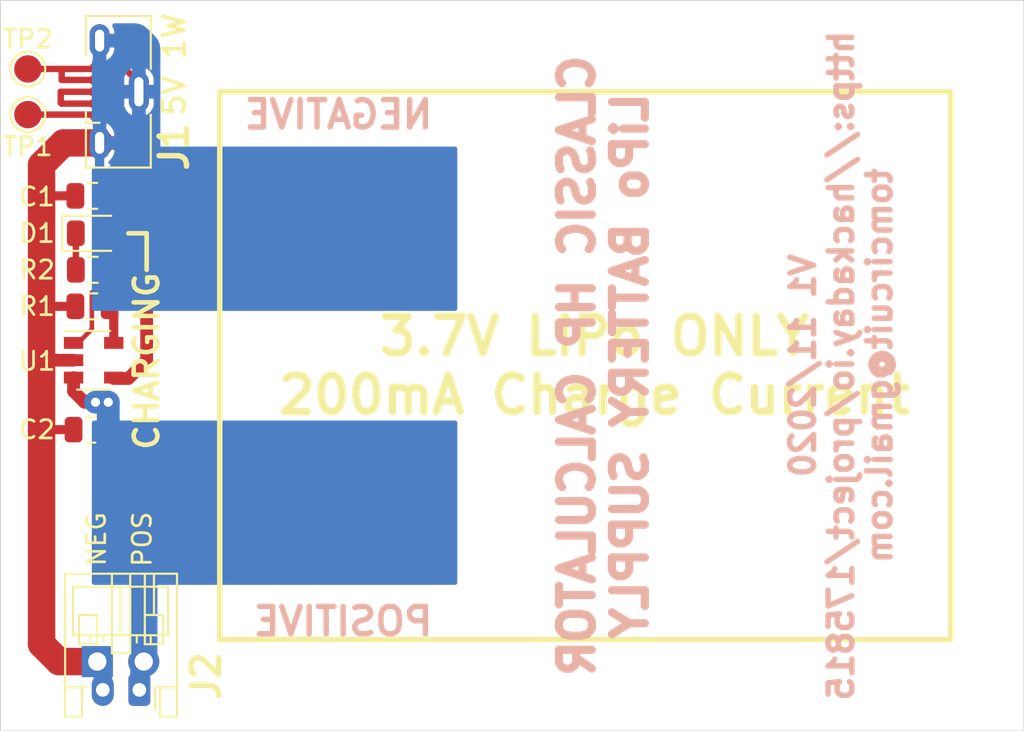
<source format=kicad_pcb>
(kicad_pcb (version 20171130) (host pcbnew "(5.1.6)-1")

  (general
    (thickness 1.6)
    (drawings 41)
    (tracks 68)
    (zones 0)
    (modules 15)
    (nets 8)
  )

  (page A4)
  (layers
    (0 F.Cu signal)
    (31 B.Cu signal)
    (32 B.Adhes user hide)
    (33 F.Adhes user hide)
    (34 B.Paste user)
    (35 F.Paste user hide)
    (36 B.SilkS user)
    (37 F.SilkS user)
    (38 B.Mask user)
    (39 F.Mask user hide)
    (40 Dwgs.User user hide)
    (41 Cmts.User user hide)
    (42 Eco1.User user hide)
    (43 Eco2.User user hide)
    (44 Edge.Cuts user)
    (45 Margin user hide)
    (46 B.CrtYd user hide)
    (47 F.CrtYd user hide)
    (48 B.Fab user hide)
    (49 F.Fab user hide)
  )

  (setup
    (last_trace_width 0.35)
    (user_trace_width 0.35)
    (user_trace_width 0.5)
    (user_trace_width 0.7)
    (user_trace_width 1)
    (user_trace_width 1.25)
    (user_trace_width 1.5)
    (user_trace_width 2)
    (trace_clearance 0.2)
    (zone_clearance 0.508)
    (zone_45_only no)
    (trace_min 0.2)
    (via_size 0.8)
    (via_drill 0.4)
    (via_min_size 0.4)
    (via_min_drill 0.3)
    (user_via 1 0.5)
    (user_via 1.4 0.7)
    (uvia_size 0.3)
    (uvia_drill 0.1)
    (uvias_allowed no)
    (uvia_min_size 0.2)
    (uvia_min_drill 0.1)
    (edge_width 0.05)
    (segment_width 0.2)
    (pcb_text_width 0.3)
    (pcb_text_size 1.5 1.5)
    (mod_edge_width 0.12)
    (mod_text_size 1 1)
    (mod_text_width 0.15)
    (pad_size 2.1 2.1)
    (pad_drill 1.1)
    (pad_to_mask_clearance 0.05)
    (aux_axis_origin 0 0)
    (visible_elements 7FFFFFFF)
    (pcbplotparams
      (layerselection 0x010fc_ffffffff)
      (usegerberextensions false)
      (usegerberattributes true)
      (usegerberadvancedattributes true)
      (creategerberjobfile true)
      (excludeedgelayer true)
      (linewidth 0.100000)
      (plotframeref false)
      (viasonmask false)
      (mode 1)
      (useauxorigin false)
      (hpglpennumber 1)
      (hpglpenspeed 20)
      (hpglpendiameter 15.000000)
      (psnegative false)
      (psa4output false)
      (plotreference true)
      (plotvalue true)
      (plotinvisibletext false)
      (padsonsilk false)
      (subtractmaskfromsilk false)
      (outputformat 1)
      (mirror false)
      (drillshape 1)
      (scaleselection 1)
      (outputdirectory ""))
  )

  (net 0 "")
  (net 1 GND)
  (net 2 "Net-(D1-Pad1)")
  (net 3 "Net-(J1-Pad2)")
  (net 4 "Net-(R1-Pad1)")
  (net 5 "Net-(R2-Pad1)")
  (net 6 /VUSB)
  (net 7 /VBAT)

  (net_class Default "This is the default net class."
    (clearance 0.2)
    (trace_width 0.25)
    (via_dia 0.8)
    (via_drill 0.4)
    (uvia_dia 0.3)
    (uvia_drill 0.1)
    (add_net /VBAT)
    (add_net /VUSB)
    (add_net GND)
    (add_net "Net-(D1-Pad1)")
    (add_net "Net-(J1-Pad2)")
    (add_net "Net-(R1-Pad1)")
    (add_net "Net-(R2-Pad1)")
  )

  (module Connector_PinHeader_2.54mm:PinHeader_1x02_P2.54mm_Horizontal (layer F.Cu) (tedit 5FA5CEED) (tstamp 5FA5EC8D)
    (at 152.3 141.2 90)
    (descr "Through hole angled pin header, 1x02, 2.54mm pitch, 6mm pin length, single row")
    (tags "Through hole angled pin header THT 1x02 2.54mm single row")
    (path /5FA5D61E)
    (fp_text reference J3 (at -0.05 -2.8 90) (layer F.SilkS) hide
      (effects (font (size 1 1) (thickness 0.15)))
    )
    (fp_text value "2.54mm R/A" (at 4.385 4.81 90) (layer F.Fab)
      (effects (font (size 1 1) (thickness 0.15)))
    )
    (fp_line (start 2.135 -1.27) (end 4.04 -1.27) (layer F.Fab) (width 0.1))
    (fp_line (start 4.04 -1.27) (end 4.04 3.81) (layer F.Fab) (width 0.1))
    (fp_line (start 4.04 3.81) (end 1.5 3.81) (layer F.Fab) (width 0.1))
    (fp_line (start 1.5 3.81) (end 1.5 -0.635) (layer F.Fab) (width 0.1))
    (fp_line (start 1.5 -0.635) (end 2.135 -1.27) (layer F.Fab) (width 0.1))
    (fp_line (start -0.32 -0.32) (end 1.5 -0.32) (layer F.Fab) (width 0.1))
    (fp_line (start -0.32 -0.32) (end -0.32 0.32) (layer F.Fab) (width 0.1))
    (fp_line (start -0.32 0.32) (end 1.5 0.32) (layer F.Fab) (width 0.1))
    (fp_line (start 4.04 -0.32) (end 10.04 -0.32) (layer F.Fab) (width 0.1))
    (fp_line (start 10.04 -0.32) (end 10.04 0.32) (layer F.Fab) (width 0.1))
    (fp_line (start 4.04 0.32) (end 10.04 0.32) (layer F.Fab) (width 0.1))
    (fp_line (start -0.32 2.22) (end 1.5 2.22) (layer F.Fab) (width 0.1))
    (fp_line (start -0.32 2.22) (end -0.32 2.86) (layer F.Fab) (width 0.1))
    (fp_line (start -0.32 2.86) (end 1.5 2.86) (layer F.Fab) (width 0.1))
    (fp_line (start 4.04 2.22) (end 10.04 2.22) (layer F.Fab) (width 0.1))
    (fp_line (start 10.04 2.22) (end 10.04 2.86) (layer F.Fab) (width 0.1))
    (fp_line (start 4.04 2.86) (end 10.04 2.86) (layer F.Fab) (width 0.1))
    (fp_line (start 1.44 -1.33) (end 1.44 3.87) (layer F.SilkS) (width 0.12))
    (fp_line (start 1.44 3.87) (end 4.1 3.87) (layer F.SilkS) (width 0.12))
    (fp_line (start 4.1 3.87) (end 4.1 -1.33) (layer F.SilkS) (width 0.12))
    (fp_line (start 4.1 -1.33) (end 1.44 -1.33) (layer F.SilkS) (width 0.12))
    (fp_line (start 1.11 -0.38) (end 1.44 -0.38) (layer F.SilkS) (width 0.12))
    (fp_line (start 1.11 0.38) (end 1.44 0.38) (layer F.SilkS) (width 0.12))
    (fp_line (start 1.44 1.27) (end 4.1 1.27) (layer F.SilkS) (width 0.12))
    (fp_line (start 1.042929 2.16) (end 1.44 2.16) (layer F.SilkS) (width 0.12))
    (fp_line (start 1.042929 2.92) (end 1.44 2.92) (layer F.SilkS) (width 0.12))
    (fp_line (start -1.8 -1.8) (end -1.8 4.35) (layer F.CrtYd) (width 0.05))
    (fp_line (start -1.8 4.35) (end 10.55 4.35) (layer F.CrtYd) (width 0.05))
    (fp_line (start 10.55 4.35) (end 10.55 -1.8) (layer F.CrtYd) (width 0.05))
    (fp_line (start 10.55 -1.8) (end -1.8 -1.8) (layer F.CrtYd) (width 0.05))
    (fp_text user %R (at 2.77 1.27 180) (layer F.Fab)
      (effects (font (size 1 1) (thickness 0.15)))
    )
    (pad 1 thru_hole rect (at 0 0 90) (size 1.7 1.7) (drill 1) (layers *.Cu *.Mask)
      (net 1 GND))
    (pad 2 thru_hole oval (at 0 2.54 90) (size 1.7 1.7) (drill 1) (layers *.Cu *.Mask)
      (net 7 /VBAT))
    (model ${KISYS3DMOD}/Connector_PinHeader_2.54mm.3dshapes/PinHeader_1x02_P2.54mm_Horizontal.wrl
      (at (xyz 0 0 0))
      (scale (xyz 1 1 1))
      (rotate (xyz 0 0 0))
    )
  )

  (module Capacitor_SMD:C_0805_2012Metric (layer F.Cu) (tedit 5B36C52B) (tstamp 5FA4F0C1)
    (at 152.0375 115.7 180)
    (descr "Capacitor SMD 0805 (2012 Metric), square (rectangular) end terminal, IPC_7351 nominal, (Body size source: https://docs.google.com/spreadsheets/d/1BsfQQcO9C6DZCsRaXUlFlo91Tg2WpOkGARC1WS5S8t0/edit?usp=sharing), generated with kicad-footprint-generator")
    (tags capacitor)
    (path /5FA386FD)
    (attr smd)
    (fp_text reference C1 (at 3.0375 -0.05 180) (layer F.SilkS)
      (effects (font (size 1 1) (thickness 0.15)))
    )
    (fp_text value 4.7uF (at 0.1 -1.3625) (layer F.Fab)
      (effects (font (size 0.5 0.5) (thickness 0.08)))
    )
    (fp_line (start -1 0.6) (end -1 -0.6) (layer F.Fab) (width 0.1))
    (fp_line (start -1 -0.6) (end 1 -0.6) (layer F.Fab) (width 0.1))
    (fp_line (start 1 -0.6) (end 1 0.6) (layer F.Fab) (width 0.1))
    (fp_line (start 1 0.6) (end -1 0.6) (layer F.Fab) (width 0.1))
    (fp_line (start -0.258578 -0.71) (end 0.258578 -0.71) (layer F.SilkS) (width 0.12))
    (fp_line (start -0.258578 0.71) (end 0.258578 0.71) (layer F.SilkS) (width 0.12))
    (fp_line (start -1.68 0.95) (end -1.68 -0.95) (layer F.CrtYd) (width 0.05))
    (fp_line (start -1.68 -0.95) (end 1.68 -0.95) (layer F.CrtYd) (width 0.05))
    (fp_line (start 1.68 -0.95) (end 1.68 0.95) (layer F.CrtYd) (width 0.05))
    (fp_line (start 1.68 0.95) (end -1.68 0.95) (layer F.CrtYd) (width 0.05))
    (fp_text user %R (at 0 0) (layer F.Fab)
      (effects (font (size 0.5 0.5) (thickness 0.08)))
    )
    (pad 2 smd roundrect (at 0.9375 0 180) (size 0.975 1.4) (layers F.Cu F.Paste F.Mask) (roundrect_rratio 0.25)
      (net 1 GND))
    (pad 1 smd roundrect (at -0.9375 0 180) (size 0.975 1.4) (layers F.Cu F.Paste F.Mask) (roundrect_rratio 0.25)
      (net 6 /VUSB))
    (model ${KISYS3DMOD}/Capacitor_SMD.3dshapes/C_0805_2012Metric.wrl
      (at (xyz 0 0 0))
      (scale (xyz 1 1 1))
      (rotate (xyz 0 0 0))
    )
  )

  (module Capacitor_SMD:C_0805_2012Metric (layer F.Cu) (tedit 5B36C52B) (tstamp 5FA37163)
    (at 151.9375 128.5 180)
    (descr "Capacitor SMD 0805 (2012 Metric), square (rectangular) end terminal, IPC_7351 nominal, (Body size source: https://docs.google.com/spreadsheets/d/1BsfQQcO9C6DZCsRaXUlFlo91Tg2WpOkGARC1WS5S8t0/edit?usp=sharing), generated with kicad-footprint-generator")
    (tags capacitor)
    (path /5FA3C240)
    (attr smd)
    (fp_text reference C2 (at 2.9375 0 180) (layer F.SilkS)
      (effects (font (size 1 1) (thickness 0.15)))
    )
    (fp_text value 4.7uF (at 0 -1.25) (layer F.Fab)
      (effects (font (size 0.5 0.5) (thickness 0.08)))
    )
    (fp_line (start -1 0.6) (end -1 -0.6) (layer F.Fab) (width 0.1))
    (fp_line (start -1 -0.6) (end 1 -0.6) (layer F.Fab) (width 0.1))
    (fp_line (start 1 -0.6) (end 1 0.6) (layer F.Fab) (width 0.1))
    (fp_line (start 1 0.6) (end -1 0.6) (layer F.Fab) (width 0.1))
    (fp_line (start -0.258578 -0.71) (end 0.258578 -0.71) (layer F.SilkS) (width 0.12))
    (fp_line (start -0.258578 0.71) (end 0.258578 0.71) (layer F.SilkS) (width 0.12))
    (fp_line (start -1.68 0.95) (end -1.68 -0.95) (layer F.CrtYd) (width 0.05))
    (fp_line (start -1.68 -0.95) (end 1.68 -0.95) (layer F.CrtYd) (width 0.05))
    (fp_line (start 1.68 -0.95) (end 1.68 0.95) (layer F.CrtYd) (width 0.05))
    (fp_line (start 1.68 0.95) (end -1.68 0.95) (layer F.CrtYd) (width 0.05))
    (fp_text user %R (at 0 0) (layer F.Fab)
      (effects (font (size 0.5 0.5) (thickness 0.08)))
    )
    (pad 2 smd roundrect (at 0.9375 0 180) (size 0.975 1.4) (layers F.Cu F.Paste F.Mask) (roundrect_rratio 0.25)
      (net 1 GND))
    (pad 1 smd roundrect (at -0.9375 0 180) (size 0.975 1.4) (layers F.Cu F.Paste F.Mask) (roundrect_rratio 0.25)
      (net 7 /VBAT))
    (model ${KISYS3DMOD}/Capacitor_SMD.3dshapes/C_0805_2012Metric.wrl
      (at (xyz 0 0 0))
      (scale (xyz 1 1 1))
      (rotate (xyz 0 0 0))
    )
  )

  (module LED_SMD:LED_0805_2012Metric (layer F.Cu) (tedit 5B36C52C) (tstamp 5FA4CA29)
    (at 152.0625 117.75)
    (descr "LED SMD 0805 (2012 Metric), square (rectangular) end terminal, IPC_7351 nominal, (Body size source: https://docs.google.com/spreadsheets/d/1BsfQQcO9C6DZCsRaXUlFlo91Tg2WpOkGARC1WS5S8t0/edit?usp=sharing), generated with kicad-footprint-generator")
    (tags diode)
    (path /5FA329BC)
    (attr smd)
    (fp_text reference D1 (at -3.0625 0 180) (layer F.SilkS)
      (effects (font (size 1 1) (thickness 0.15)))
    )
    (fp_text value LED (at 0 -1.5) (layer F.Fab)
      (effects (font (size 0.5 0.5) (thickness 0.08)))
    )
    (fp_line (start 1.68 0.95) (end -1.68 0.95) (layer F.CrtYd) (width 0.05))
    (fp_line (start 1.68 -0.95) (end 1.68 0.95) (layer F.CrtYd) (width 0.05))
    (fp_line (start -1.68 -0.95) (end 1.68 -0.95) (layer F.CrtYd) (width 0.05))
    (fp_line (start -1.68 0.95) (end -1.68 -0.95) (layer F.CrtYd) (width 0.05))
    (fp_line (start -1.685 0.96) (end 1 0.96) (layer F.SilkS) (width 0.12))
    (fp_line (start -1.685 -0.96) (end -1.685 0.96) (layer F.SilkS) (width 0.12))
    (fp_line (start 1 -0.96) (end -1.685 -0.96) (layer F.SilkS) (width 0.12))
    (fp_line (start 1 0.6) (end 1 -0.6) (layer F.Fab) (width 0.1))
    (fp_line (start -1 0.6) (end 1 0.6) (layer F.Fab) (width 0.1))
    (fp_line (start -1 -0.3) (end -1 0.6) (layer F.Fab) (width 0.1))
    (fp_line (start -0.7 -0.6) (end -1 -0.3) (layer F.Fab) (width 0.1))
    (fp_line (start 1 -0.6) (end -0.7 -0.6) (layer F.Fab) (width 0.1))
    (fp_text user %R (at 0 0) (layer F.Fab)
      (effects (font (size 0.5 0.5) (thickness 0.08)))
    )
    (pad 1 smd roundrect (at -0.9375 0) (size 0.975 1.4) (layers F.Cu F.Paste F.Mask) (roundrect_rratio 0.25)
      (net 2 "Net-(D1-Pad1)"))
    (pad 2 smd roundrect (at 0.9375 0) (size 0.975 1.4) (layers F.Cu F.Paste F.Mask) (roundrect_rratio 0.25)
      (net 6 /VUSB))
    (model ${KISYS3DMOD}/LED_SMD.3dshapes/LED_0805_2012Metric.wrl
      (at (xyz 0 0 0))
      (scale (xyz 1 1 1))
      (rotate (xyz 0 0 0))
    )
  )

  (module Resistor_SMD:R_0805_2012Metric (layer F.Cu) (tedit 5B36C52B) (tstamp 5FAB0486)
    (at 152.0375 121.75 180)
    (descr "Resistor SMD 0805 (2012 Metric), square (rectangular) end terminal, IPC_7351 nominal, (Body size source: https://docs.google.com/spreadsheets/d/1BsfQQcO9C6DZCsRaXUlFlo91Tg2WpOkGARC1WS5S8t0/edit?usp=sharing), generated with kicad-footprint-generator")
    (tags resistor)
    (path /5FA320F0)
    (attr smd)
    (fp_text reference R1 (at 3.0375 0) (layer F.SilkS)
      (effects (font (size 1 1) (thickness 0.15)))
    )
    (fp_text value 5.1K (at 0 -1.25) (layer F.Fab)
      (effects (font (size 0.5 0.5) (thickness 0.08)))
    )
    (fp_line (start 1.68 0.95) (end -1.68 0.95) (layer F.CrtYd) (width 0.05))
    (fp_line (start 1.68 -0.95) (end 1.68 0.95) (layer F.CrtYd) (width 0.05))
    (fp_line (start -1.68 -0.95) (end 1.68 -0.95) (layer F.CrtYd) (width 0.05))
    (fp_line (start -1.68 0.95) (end -1.68 -0.95) (layer F.CrtYd) (width 0.05))
    (fp_line (start -0.258578 0.71) (end 0.258578 0.71) (layer F.SilkS) (width 0.12))
    (fp_line (start -0.258578 -0.71) (end 0.258578 -0.71) (layer F.SilkS) (width 0.12))
    (fp_line (start 1 0.6) (end -1 0.6) (layer F.Fab) (width 0.1))
    (fp_line (start 1 -0.6) (end 1 0.6) (layer F.Fab) (width 0.1))
    (fp_line (start -1 -0.6) (end 1 -0.6) (layer F.Fab) (width 0.1))
    (fp_line (start -1 0.6) (end -1 -0.6) (layer F.Fab) (width 0.1))
    (fp_text user %R (at 0 0) (layer F.Fab)
      (effects (font (size 0.5 0.5) (thickness 0.08)))
    )
    (pad 1 smd roundrect (at -0.9375 0 180) (size 0.975 1.4) (layers F.Cu F.Paste F.Mask) (roundrect_rratio 0.25)
      (net 4 "Net-(R1-Pad1)"))
    (pad 2 smd roundrect (at 0.9375 0 180) (size 0.975 1.4) (layers F.Cu F.Paste F.Mask) (roundrect_rratio 0.25)
      (net 1 GND))
    (model ${KISYS3DMOD}/Resistor_SMD.3dshapes/R_0805_2012Metric.wrl
      (at (xyz 0 0 0))
      (scale (xyz 1 1 1))
      (rotate (xyz 0 0 0))
    )
  )

  (module Resistor_SMD:R_0805_2012Metric (layer F.Cu) (tedit 5B36C52B) (tstamp 5FA4F195)
    (at 152.0625 119.75 180)
    (descr "Resistor SMD 0805 (2012 Metric), square (rectangular) end terminal, IPC_7351 nominal, (Body size source: https://docs.google.com/spreadsheets/d/1BsfQQcO9C6DZCsRaXUlFlo91Tg2WpOkGARC1WS5S8t0/edit?usp=sharing), generated with kicad-footprint-generator")
    (tags resistor)
    (path /5FA33B5B)
    (attr smd)
    (fp_text reference R2 (at 3.0625 0 180) (layer F.SilkS)
      (effects (font (size 1 1) (thickness 0.15)))
    )
    (fp_text value 470 (at 0 -1.5) (layer F.Fab)
      (effects (font (size 0.5 0.5) (thickness 0.08)))
    )
    (fp_line (start -1 0.6) (end -1 -0.6) (layer F.Fab) (width 0.1))
    (fp_line (start -1 -0.6) (end 1 -0.6) (layer F.Fab) (width 0.1))
    (fp_line (start 1 -0.6) (end 1 0.6) (layer F.Fab) (width 0.1))
    (fp_line (start 1 0.6) (end -1 0.6) (layer F.Fab) (width 0.1))
    (fp_line (start -0.258578 -0.71) (end 0.258578 -0.71) (layer F.SilkS) (width 0.12))
    (fp_line (start -0.258578 0.71) (end 0.258578 0.71) (layer F.SilkS) (width 0.12))
    (fp_line (start -1.68 0.95) (end -1.68 -0.95) (layer F.CrtYd) (width 0.05))
    (fp_line (start -1.68 -0.95) (end 1.68 -0.95) (layer F.CrtYd) (width 0.05))
    (fp_line (start 1.68 -0.95) (end 1.68 0.95) (layer F.CrtYd) (width 0.05))
    (fp_line (start 1.68 0.95) (end -1.68 0.95) (layer F.CrtYd) (width 0.05))
    (fp_text user %R (at 0 0) (layer F.Fab)
      (effects (font (size 0.5 0.5) (thickness 0.08)))
    )
    (pad 2 smd roundrect (at 0.9375 0 180) (size 0.975 1.4) (layers F.Cu F.Paste F.Mask) (roundrect_rratio 0.25)
      (net 2 "Net-(D1-Pad1)"))
    (pad 1 smd roundrect (at -0.9375 0 180) (size 0.975 1.4) (layers F.Cu F.Paste F.Mask) (roundrect_rratio 0.25)
      (net 5 "Net-(R2-Pad1)"))
    (model ${KISYS3DMOD}/Resistor_SMD.3dshapes/R_0805_2012Metric.wrl
      (at (xyz 0 0 0))
      (scale (xyz 1 1 1))
      (rotate (xyz 0 0 0))
    )
  )

  (module Package_TO_SOT_SMD:SOT-23-5 (layer F.Cu) (tedit 5A02FF57) (tstamp 5FA4C7EB)
    (at 152.1 124.7)
    (descr "5-pin SOT23 package")
    (tags SOT-23-5)
    (path /5FA2FB74)
    (attr smd)
    (fp_text reference U1 (at -3.1 0.05) (layer F.SilkS)
      (effects (font (size 1 1) (thickness 0.15)))
    )
    (fp_text value MCP73831-2-OT (at -1 -2.2 180) (layer F.Fab)
      (effects (font (size 0.5 0.5) (thickness 0.08)))
    )
    (fp_line (start 0.9 -1.55) (end 0.9 1.55) (layer F.Fab) (width 0.1))
    (fp_line (start 0.9 1.55) (end -0.9 1.55) (layer F.Fab) (width 0.1))
    (fp_line (start -0.9 -0.9) (end -0.9 1.55) (layer F.Fab) (width 0.1))
    (fp_line (start 0.9 -1.55) (end -0.25 -1.55) (layer F.Fab) (width 0.1))
    (fp_line (start -0.9 -0.9) (end -0.25 -1.55) (layer F.Fab) (width 0.1))
    (fp_line (start -1.9 1.8) (end -1.9 -1.8) (layer F.CrtYd) (width 0.05))
    (fp_line (start 1.9 1.8) (end -1.9 1.8) (layer F.CrtYd) (width 0.05))
    (fp_line (start 1.9 -1.8) (end 1.9 1.8) (layer F.CrtYd) (width 0.05))
    (fp_line (start -1.9 -1.8) (end 1.9 -1.8) (layer F.CrtYd) (width 0.05))
    (fp_line (start 0.9 -1.61) (end -1.55 -1.61) (layer F.SilkS) (width 0.12))
    (fp_line (start -0.9 1.61) (end 0.9 1.61) (layer F.SilkS) (width 0.12))
    (fp_text user %R (at 0 0 90) (layer F.Fab)
      (effects (font (size 0.5 0.5) (thickness 0.075)))
    )
    (pad 1 smd rect (at -1.1 -0.95) (size 1.06 0.65) (layers F.Cu F.Paste F.Mask)
      (net 5 "Net-(R2-Pad1)"))
    (pad 2 smd rect (at -1.1 0) (size 1.06 0.65) (layers F.Cu F.Paste F.Mask)
      (net 1 GND))
    (pad 3 smd rect (at -1.1 0.95) (size 1.06 0.65) (layers F.Cu F.Paste F.Mask)
      (net 7 /VBAT))
    (pad 4 smd rect (at 1.1 0.95) (size 1.06 0.65) (layers F.Cu F.Paste F.Mask)
      (net 6 /VUSB))
    (pad 5 smd rect (at 1.1 -0.95) (size 1.06 0.65) (layers F.Cu F.Paste F.Mask)
      (net 4 "Net-(R1-Pad1)"))
    (model ${KISYS3DMOD}/Package_TO_SOT_SMD.3dshapes/SOT-23-5.wrl
      (at (xyz 0 0 0))
      (scale (xyz 1 1 1))
      (rotate (xyz 0 0 0))
    )
  )

  (module Connector_USB:USB_Micro-B_Molex-105133-0001 (layer F.Cu) (tedit 5A142044) (tstamp 5FA37BCF)
    (at 153.5 110 90)
    (descr "Molex Vertical Micro USB Typ-B (http://www.molex.com/pdm_docs/sd/1051330001_sd.pdf)")
    (tags "Micro-USB SMD Typ-B Vertical")
    (path /5FA30285)
    (attr smd)
    (fp_text reference J1 (at -3 3 270) (layer F.SilkS)
      (effects (font (size 1.5 1.5) (thickness 0.3)))
    )
    (fp_text value USB_B_Micro (at -0.025 3 90) (layer F.Fab)
      (effects (font (size 0.5 0.5) (thickness 0.08)))
    )
    (fp_line (start 4.5 2.13) (end 4.5 -2.13) (layer F.CrtYd) (width 0.05))
    (fp_line (start -4.5 2.13) (end 4.5 2.13) (layer F.CrtYd) (width 0.05))
    (fp_line (start -4.5 -2.13) (end 4.5 -2.13) (layer F.CrtYd) (width 0.05))
    (fp_line (start -4.5 2.13) (end -4.5 -2.13) (layer F.CrtYd) (width 0.05))
    (fp_line (start -1.075 -2.075) (end -1.075 -1.85) (layer F.Fab) (width 0.1))
    (fp_line (start -1.525 -1.85) (end -1.525 -2.075) (layer F.Fab) (width 0.1))
    (fp_line (start -1.3 -1.675) (end -1.075 -1.85) (layer F.Fab) (width 0.1))
    (fp_line (start -1.525 -2.075) (end -1.075 -2.075) (layer F.Fab) (width 0.1))
    (fp_line (start -1.3 -1.675) (end -1.525 -1.85) (layer F.Fab) (width 0.1))
    (fp_line (start 2 -1.825) (end 4.15 -1.825) (layer F.SilkS) (width 0.12))
    (fp_line (start 4.15 1.725) (end 1.25 1.725) (layer F.SilkS) (width 0.12))
    (fp_line (start -4.15 -1.825) (end -4.15 1.725) (layer F.SilkS) (width 0.12))
    (fp_line (start -4.15 1.725) (end -1.25 1.725) (layer F.SilkS) (width 0.12))
    (fp_line (start 4.15 -1.825) (end 4.15 1.725) (layer F.SilkS) (width 0.12))
    (fp_line (start -2 -1.825) (end -4.15 -1.825) (layer F.SilkS) (width 0.12))
    (fp_line (start -1.7 -1.825) (end -1.1 -1.825) (layer F.SilkS) (width 0.12))
    (fp_line (start -1.7 -1.075) (end -1.7 -1.825) (layer F.SilkS) (width 0.12))
    (fp_line (start 4 -1.435) (end -4 -1.435) (layer F.Fab) (width 0.1))
    (fp_line (start -4 1.565) (end 4 1.565) (layer F.Fab) (width 0.1))
    (fp_line (start 4 1.565) (end 4 -1.435) (layer F.Fab) (width 0.1))
    (fp_line (start -4 1.565) (end -4 -1.435) (layer F.Fab) (width 0.1))
    (fp_text user %R (at 0 -0.375 90) (layer F.Fab)
      (effects (font (size 1 1) (thickness 0.15)))
    )
    (pad 3 smd rect (at 0 -0.825 90) (size 0.45 1.5) (layers F.Cu F.Paste F.Mask)
      (net 3 "Net-(J1-Pad2)"))
    (pad 4 smd rect (at 0.65 -0.825 90) (size 0.45 1.5) (layers F.Cu F.Paste F.Mask)
      (net 1 GND))
    (pad 2 smd rect (at -0.65 -0.825 90) (size 0.45 1.5) (layers F.Cu F.Paste F.Mask)
      (net 3 "Net-(J1-Pad2)"))
    (pad 5 smd rect (at 1.3 -0.825 90) (size 0.45 1.5) (layers F.Cu F.Paste F.Mask)
      (net 1 GND))
    (pad 1 smd rect (at -1.3 -0.825 90) (size 0.45 1.5) (layers F.Cu F.Paste F.Mask)
      (net 6 /VUSB))
    (pad 6 thru_hole oval (at -2.8 -1.075 90) (size 1.8 1.1) (drill oval 1.2 0.5) (layers *.Cu *.Mask)
      (net 1 GND))
    (pad 6 thru_hole oval (at 2.8 -1.075 90) (size 1.8 1.1) (drill oval 1.2 0.5) (layers *.Cu *.Mask)
      (net 1 GND))
    (pad 6 thru_hole oval (at 0 1.075 90) (size 2.2 1.1) (drill oval 1.6 0.5) (layers *.Cu *.Mask)
      (net 1 GND))
    (model ${KIPRJMOD}/105133-0011_stp/1051330011.stp
      (offset (xyz 0 0 2.5))
      (scale (xyz 1 1 1))
      (rotate (xyz 180 0 0))
    )
  )

  (module Connector_JST:JST_PH_S2B-PH-K_1x02_P2.00mm_Horizontal (layer F.Cu) (tedit 5B7745C6) (tstamp 5FAB035D)
    (at 154.6 142.75 180)
    (descr "JST PH series connector, S2B-PH-K (http://www.jst-mfg.com/product/pdf/eng/ePH.pdf), generated with kicad-footprint-generator")
    (tags "connector JST PH top entry")
    (path /5FA46519)
    (fp_text reference J2 (at -3.65 0.75 90) (layer F.SilkS)
      (effects (font (size 1.5 1.5) (thickness 0.3)))
    )
    (fp_text value "JST PH 2mm" (at 1 7.45) (layer F.Fab)
      (effects (font (size 1 1) (thickness 0.15)))
    )
    (fp_line (start -0.86 0.14) (end -1.14 0.14) (layer F.SilkS) (width 0.12))
    (fp_line (start -1.14 0.14) (end -1.14 -1.46) (layer F.SilkS) (width 0.12))
    (fp_line (start -1.14 -1.46) (end -2.06 -1.46) (layer F.SilkS) (width 0.12))
    (fp_line (start -2.06 -1.46) (end -2.06 6.36) (layer F.SilkS) (width 0.12))
    (fp_line (start -2.06 6.36) (end 4.06 6.36) (layer F.SilkS) (width 0.12))
    (fp_line (start 4.06 6.36) (end 4.06 -1.46) (layer F.SilkS) (width 0.12))
    (fp_line (start 4.06 -1.46) (end 3.14 -1.46) (layer F.SilkS) (width 0.12))
    (fp_line (start 3.14 -1.46) (end 3.14 0.14) (layer F.SilkS) (width 0.12))
    (fp_line (start 3.14 0.14) (end 2.86 0.14) (layer F.SilkS) (width 0.12))
    (fp_line (start 0.5 6.36) (end 0.5 2) (layer F.SilkS) (width 0.12))
    (fp_line (start 0.5 2) (end 1.5 2) (layer F.SilkS) (width 0.12))
    (fp_line (start 1.5 2) (end 1.5 6.36) (layer F.SilkS) (width 0.12))
    (fp_line (start -2.06 0.14) (end -1.14 0.14) (layer F.SilkS) (width 0.12))
    (fp_line (start 4.06 0.14) (end 3.14 0.14) (layer F.SilkS) (width 0.12))
    (fp_line (start -1.3 2.5) (end -1.3 4.1) (layer F.SilkS) (width 0.12))
    (fp_line (start -1.3 4.1) (end -0.3 4.1) (layer F.SilkS) (width 0.12))
    (fp_line (start -0.3 4.1) (end -0.3 2.5) (layer F.SilkS) (width 0.12))
    (fp_line (start -0.3 2.5) (end -1.3 2.5) (layer F.SilkS) (width 0.12))
    (fp_line (start 3.3 2.5) (end 3.3 4.1) (layer F.SilkS) (width 0.12))
    (fp_line (start 3.3 4.1) (end 2.3 4.1) (layer F.SilkS) (width 0.12))
    (fp_line (start 2.3 4.1) (end 2.3 2.5) (layer F.SilkS) (width 0.12))
    (fp_line (start 2.3 2.5) (end 3.3 2.5) (layer F.SilkS) (width 0.12))
    (fp_line (start -0.3 4.1) (end -0.3 6.36) (layer F.SilkS) (width 0.12))
    (fp_line (start -0.8 4.1) (end -0.8 6.36) (layer F.SilkS) (width 0.12))
    (fp_line (start -2.45 -1.85) (end -2.45 6.75) (layer F.CrtYd) (width 0.05))
    (fp_line (start -2.45 6.75) (end 4.45 6.75) (layer F.CrtYd) (width 0.05))
    (fp_line (start 4.45 6.75) (end 4.45 -1.85) (layer F.CrtYd) (width 0.05))
    (fp_line (start 4.45 -1.85) (end -2.45 -1.85) (layer F.CrtYd) (width 0.05))
    (fp_line (start -1.25 0.25) (end -1.25 -1.35) (layer F.Fab) (width 0.1))
    (fp_line (start -1.25 -1.35) (end -1.95 -1.35) (layer F.Fab) (width 0.1))
    (fp_line (start -1.95 -1.35) (end -1.95 6.25) (layer F.Fab) (width 0.1))
    (fp_line (start -1.95 6.25) (end 3.95 6.25) (layer F.Fab) (width 0.1))
    (fp_line (start 3.95 6.25) (end 3.95 -1.35) (layer F.Fab) (width 0.1))
    (fp_line (start 3.95 -1.35) (end 3.25 -1.35) (layer F.Fab) (width 0.1))
    (fp_line (start 3.25 -1.35) (end 3.25 0.25) (layer F.Fab) (width 0.1))
    (fp_line (start 3.25 0.25) (end -1.25 0.25) (layer F.Fab) (width 0.1))
    (fp_line (start -0.86 0.14) (end -0.86 -1.075) (layer F.SilkS) (width 0.12))
    (fp_line (start 0 0.875) (end -0.5 1.375) (layer F.Fab) (width 0.1))
    (fp_line (start -0.5 1.375) (end 0.5 1.375) (layer F.Fab) (width 0.1))
    (fp_line (start 0.5 1.375) (end 0 0.875) (layer F.Fab) (width 0.1))
    (fp_text user %R (at 1 2.5) (layer F.Fab)
      (effects (font (size 1 1) (thickness 0.15)))
    )
    (pad 1 thru_hole roundrect (at 0 0 180) (size 1.2 1.75) (drill 0.75) (layers *.Cu *.Mask) (roundrect_rratio 0.208333)
      (net 7 /VBAT))
    (pad 2 thru_hole oval (at 2 0 180) (size 1.2 1.75) (drill 0.75) (layers *.Cu *.Mask)
      (net 1 GND))
    (model ${KISYS3DMOD}/Connector_JST.3dshapes/JST_PH_S2B-PH-K_1x02_P2.00mm_Horizontal.wrl
      (at (xyz 0 0 0))
      (scale (xyz 1 1 1))
      (rotate (xyz 0 0 0))
    )
  )

  (module TestPoint:TestPoint_Pad_D1.5mm (layer F.Cu) (tedit 5A0F774F) (tstamp 5FA4DCF6)
    (at 148.5 111.25 270)
    (descr "SMD pad as test Point, diameter 1.5mm")
    (tags "test point SMD pad")
    (path /5FA6481C)
    (attr virtual)
    (fp_text reference TP1 (at 1.75 0) (layer F.SilkS)
      (effects (font (size 1 1) (thickness 0.15)))
    )
    (fp_text value VUSB (at 3.25 0 180) (layer F.Fab)
      (effects (font (size 1 1) (thickness 0.15)))
    )
    (fp_circle (center 0 0) (end 1.25 0) (layer F.CrtYd) (width 0.05))
    (fp_circle (center 0 0) (end 0 0.95) (layer F.SilkS) (width 0.12))
    (pad 1 smd circle (at 0 0 270) (size 1.5 1.5) (layers F.Cu F.Mask)
      (net 6 /VUSB))
  )

  (module TestPoint:TestPoint_Pad_D1.5mm (layer F.Cu) (tedit 5A0F774F) (tstamp 5FA4DD4B)
    (at 148.5 108.75)
    (descr "SMD pad as test Point, diameter 1.5mm")
    (tags "test point SMD pad")
    (path /5FA6BB86)
    (attr virtual)
    (fp_text reference TP2 (at 0 -1.648) (layer F.SilkS)
      (effects (font (size 1 1) (thickness 0.15)))
    )
    (fp_text value GND (at 0 -2.75) (layer F.Fab)
      (effects (font (size 1 1) (thickness 0.15)))
    )
    (fp_circle (center 0 0) (end 1.25 0) (layer F.CrtYd) (width 0.05))
    (fp_circle (center 0 0) (end 0 0.95) (layer F.SilkS) (width 0.12))
    (fp_text user %R (at 0 -1.65) (layer F.Fab) hide
      (effects (font (size 1 1) (thickness 0.15)))
    )
    (pad 1 smd circle (at 0 0) (size 1.5 1.5) (layers F.Cu F.Mask)
      (net 1 GND))
  )

  (module MountingHole:MountingHole_2mm (layer F.Cu) (tedit 5B924920) (tstamp 5FAB003E)
    (at 189 108)
    (descr "Mounting Hole 2mm, no annular")
    (tags "mounting hole 2mm no annular")
    (path /5FA6D864)
    (attr virtual)
    (fp_text reference H1 (at 3 0) (layer F.SilkS) hide
      (effects (font (size 1 1) (thickness 0.15)))
    )
    (fp_text value MountingHole (at 0 3.1) (layer F.Fab)
      (effects (font (size 1 1) (thickness 0.15)))
    )
    (fp_circle (center 0 0) (end 2.25 0) (layer F.CrtYd) (width 0.05))
    (fp_circle (center 0 0) (end 2 0) (layer Cmts.User) (width 0.15))
    (fp_text user %R (at 0.3 0) (layer F.Fab)
      (effects (font (size 1 1) (thickness 0.15)))
    )
    (pad "" np_thru_hole circle (at 0 0) (size 2 2) (drill 2) (layers *.Cu *.Mask))
  )

  (module MountingHole:MountingHole_2mm (layer F.Cu) (tedit 5B924920) (tstamp 5FAB0046)
    (at 169 108)
    (descr "Mounting Hole 2mm, no annular")
    (tags "mounting hole 2mm no annular")
    (path /5FA6FD8A)
    (attr virtual)
    (fp_text reference H2 (at -3 0) (layer F.SilkS) hide
      (effects (font (size 1 1) (thickness 0.15)))
    )
    (fp_text value MountingHole (at 0 3.1) (layer F.Fab)
      (effects (font (size 1 1) (thickness 0.15)))
    )
    (fp_circle (center 0 0) (end 2.25 0) (layer F.CrtYd) (width 0.05))
    (fp_circle (center 0 0) (end 2 0) (layer Cmts.User) (width 0.15))
    (fp_text user %R (at 0.3 0) (layer F.Fab)
      (effects (font (size 1 1) (thickness 0.15)))
    )
    (pad "" np_thru_hole circle (at 0 0) (size 2 2) (drill 2) (layers *.Cu *.Mask))
  )

  (module MountingHole:MountingHole_2mm (layer F.Cu) (tedit 5B924920) (tstamp 5FAB004E)
    (at 189 142)
    (descr "Mounting Hole 2mm, no annular")
    (tags "mounting hole 2mm no annular")
    (path /5FA6EA95)
    (attr virtual)
    (fp_text reference H3 (at 3 0) (layer F.SilkS) hide
      (effects (font (size 1 1) (thickness 0.15)))
    )
    (fp_text value MountingHole (at 0 3.1) (layer F.Fab)
      (effects (font (size 1 1) (thickness 0.15)))
    )
    (fp_text user %R (at 0.3 0) (layer F.Fab)
      (effects (font (size 1 1) (thickness 0.15)))
    )
    (fp_circle (center 0 0) (end 2 0) (layer Cmts.User) (width 0.15))
    (fp_circle (center 0 0) (end 2.25 0) (layer F.CrtYd) (width 0.05))
    (pad "" np_thru_hole circle (at 0 0) (size 2 2) (drill 2) (layers *.Cu *.Mask))
  )

  (module MountingHole:MountingHole_2mm (layer F.Cu) (tedit 5B924920) (tstamp 5FAB0056)
    (at 169 142)
    (descr "Mounting Hole 2mm, no annular")
    (tags "mounting hole 2mm no annular")
    (path /5FA7005B)
    (attr virtual)
    (fp_text reference H4 (at -3 0) (layer F.SilkS) hide
      (effects (font (size 1 1) (thickness 0.15)))
    )
    (fp_text value MountingHole (at 0 3.1) (layer F.Fab)
      (effects (font (size 1 1) (thickness 0.15)))
    )
    (fp_text user %R (at 0.3 0) (layer F.Fab)
      (effects (font (size 1 1) (thickness 0.15)))
    )
    (fp_circle (center 0 0) (end 2 0) (layer Cmts.User) (width 0.15))
    (fp_circle (center 0 0) (end 2.25 0) (layer F.CrtYd) (width 0.05))
    (pad "" np_thru_hole circle (at 0 0) (size 2 2) (drill 2) (layers *.Cu *.Mask))
  )

  (gr_text NEG (at 152.25 134.5 90) (layer F.SilkS)
    (effects (font (size 1 1) (thickness 0.15)))
  )
  (gr_text POS (at 154.75 134.5 90) (layer F.SilkS)
    (effects (font (size 1 1) (thickness 0.15)))
  )
  (gr_line (start 144 132.5) (end 206 132.5) (layer Dwgs.User) (width 0.15))
  (gr_line (start 159 140) (end 159 110) (layer F.SilkS) (width 0.3))
  (gr_line (start 199 140) (end 159 140) (layer F.SilkS) (width 0.3))
  (gr_line (start 199 110) (end 199 140) (layer F.SilkS) (width 0.3))
  (gr_line (start 159 110) (end 199 110) (layer F.SilkS) (width 0.3))
  (gr_text "3.7V LiPo ONLY\n200mA Charge Current" (at 179.5 125) (layer F.SilkS) (tstamp 5FA5E60C)
    (effects (font (size 2 2) (thickness 0.4)))
  )
  (gr_text "5V 1W" (at 156.5 108.5 90) (layer F.SilkS)
    (effects (font (size 1.2 1.2) (thickness 0.2)))
  )
  (gr_poly (pts (xy 198.998602 140.073777) (xy 158.998602 140.073777) (xy 158.998602 110.073777) (xy 198.998602 110.073777)) (layer Eco1.User) (width 0.1))
  (gr_line (start 155 117.75) (end 155 119.75) (layer F.SilkS) (width 0.25))
  (gr_line (start 154 117.75) (end 155 117.75) (layer F.SilkS) (width 0.25))
  (gr_poly (pts (xy 172 122) (xy 152 122) (xy 152 114) (xy 153 114) (xy 153.5 113.5) (xy 153.5 113) (xy 172 113)) (layer B.Mask) (width 0.1) (tstamp 5FA4CACB))
  (gr_line (start 145.5 115) (end 205 115) (layer Dwgs.User) (width 0.15) (tstamp 5FA4CE55))
  (gr_line (start 157.5 146) (end 157.5 104) (layer Dwgs.User) (width 0.15) (tstamp 5FA4E25B))
  (gr_line (start 200 146) (end 200 104) (layer Dwgs.User) (width 0.15))
  (gr_line (start 150 104) (end 150 146) (layer Dwgs.User) (width 0.15))
  (gr_poly (pts (xy 200 120) (xy 150 120) (xy 150 115) (xy 200 115)) (layer Margin) (width 0.1))
  (gr_poly (pts (xy 200 135) (xy 150 135) (xy 150 130) (xy 200 130)) (layer Margin) (width 0.1))
  (gr_poly (pts (xy 203 145) (xy 200 145) (xy 200 105) (xy 203 105)) (layer Margin) (width 0.1))
  (gr_poly (pts (xy 150.006363 144.908493) (xy 147.006363 144.908493) (xy 147.006363 104.908493) (xy 150.006363 104.908493)) (layer Margin) (width 0.1))
  (gr_line (start 145 145) (end 204.5 145) (layer Dwgs.User) (width 0.15))
  (gr_line (start 204.5 135) (end 145 135) (layer Dwgs.User) (width 0.15))
  (gr_line (start 145 130) (end 204.5 130) (layer Dwgs.User) (width 0.15))
  (gr_line (start 204.5 120) (end 145 120) (layer Dwgs.User) (width 0.15) (tstamp 5FA4E5B5))
  (gr_line (start 206 117.5) (end 144 117.5) (layer Dwgs.User) (width 0.15) (tstamp 5FA4D020))
  (gr_line (start 144 125) (end 206 125) (layer Dwgs.User) (width 0.15) (tstamp 5FA4EA72))
  (gr_poly (pts (xy 172 137) (xy 152 137) (xy 152 128) (xy 172 128)) (layer B.Mask) (width 0.1))
  (gr_text "V1 11/2020\nhttps://hackaday.io/project/175815\ntomcircuit@gmail.com" (at 193 125 90) (layer B.SilkS) (tstamp 5FAB0A7D)
    (effects (font (size 1.3 1.3) (thickness 0.3)) (justify mirror))
  )
  (gr_text "CLASSIC HP CALCULATOR\nLiPo BATTERY SUPPLY" (at 180 125 90) (layer B.SilkS) (tstamp 5FA5E834)
    (effects (font (size 1.8 1.8) (thickness 0.45)) (justify mirror))
  )
  (gr_text CHARGING (at 155 124.75 90) (layer F.SilkS)
    (effects (font (size 1.3 1.3) (thickness 0.25)))
  )
  (gr_text NEGATIVE (at 165.5 111.25) (layer B.SilkS)
    (effects (font (size 1.5 1.5) (thickness 0.3)) (justify mirror))
  )
  (gr_text POSITIVE (at 165.75 139) (layer B.SilkS)
    (effects (font (size 1.5 1.5) (thickness 0.3)) (justify mirror))
  )
  (gr_line (start 147 105) (end 147 145) (layer Edge.Cuts) (width 0.05))
  (gr_line (start 203 105) (end 147 105) (layer Edge.Cuts) (width 0.05))
  (gr_line (start 203 145) (end 203 105) (layer Edge.Cuts) (width 0.05))
  (gr_line (start 147 145) (end 203 145) (layer Edge.Cuts) (width 0.05))
  (gr_line (start 147.000002 144.999999) (end 203 144.999999) (layer Dwgs.User) (width 0.2))
  (gr_line (start 147.000002 105) (end 147.000002 144.999999) (layer Dwgs.User) (width 0.2))
  (gr_line (start 203 144.999999) (end 203 105) (layer Dwgs.User) (width 0.2))
  (gr_line (start 203 105) (end 147.000002 105) (layer Dwgs.User) (width 0.2))

  (segment (start 154.575 109.5) (end 154.575 110) (width 0.35) (layer F.Cu) (net 1))
  (segment (start 153.775 108.7) (end 154.575 109.5) (width 0.35) (layer F.Cu) (net 1))
  (segment (start 152.675 108.7) (end 153.775 108.7) (width 0.35) (layer F.Cu) (net 1))
  (segment (start 152.625 108.75) (end 152.675 108.7) (width 0.35) (layer F.Cu) (net 1))
  (segment (start 149.3125 115.8125) (end 149.25 115.75) (width 0.5) (layer F.Cu) (net 1))
  (segment (start 149.6 121.8) (end 149.25 121.45) (width 0.5) (layer F.Cu) (net 1))
  (segment (start 151.1 121.75) (end 149.6 121.75) (width 0.5) (layer F.Cu) (net 1))
  (segment (start 149.3 115.7) (end 149.25 115.75) (width 0.5) (layer F.Cu) (net 1))
  (segment (start 151.1 115.7) (end 149.3 115.7) (width 0.5) (layer F.Cu) (net 1))
  (segment (start 152.425 112.8) (end 152.425 112.925) (width 1) (layer B.Cu) (net 1))
  (segment (start 149.25 124.75) (end 149.25 128.5) (width 1.5) (layer F.Cu) (net 1))
  (segment (start 149.25 115.75) (end 149.25 124.75) (width 1.5) (layer F.Cu) (net 1))
  (segment (start 150.95 124.7) (end 150.9 124.75) (width 0.5) (layer F.Cu) (net 1))
  (segment (start 151 124.7) (end 150.95 124.7) (width 0.5) (layer F.Cu) (net 1))
  (segment (start 149.3 124.7) (end 149.25 124.75) (width 0.7) (layer F.Cu) (net 1))
  (segment (start 151 124.7) (end 149.3 124.7) (width 0.7) (layer F.Cu) (net 1))
  (segment (start 151 128.5) (end 149.25 128.5) (width 0.5) (layer F.Cu) (net 1))
  (segment (start 152.6 141.5) (end 152.3 141.2) (width 1) (layer B.Cu) (net 1))
  (segment (start 152.6 142.75) (end 152.6 141.5) (width 1) (layer B.Cu) (net 1))
  (segment (start 149.25 114) (end 149.25 115.75) (width 1.5) (layer F.Cu) (net 1))
  (segment (start 152.425 112.8) (end 150.45 112.8) (width 1.5) (layer F.Cu) (net 1))
  (segment (start 150.45 112.8) (end 149.25 114) (width 1.5) (layer F.Cu) (net 1))
  (segment (start 150.75 108.75) (end 152.625 108.75) (width 0.35) (layer F.Cu) (net 1))
  (segment (start 152.675 109.35) (end 150.35 109.35) (width 0.35) (layer F.Cu) (net 1))
  (segment (start 150.35 109.35) (end 150.35 108.75) (width 0.35) (layer F.Cu) (net 1))
  (segment (start 148.5 108.75) (end 150.35 108.75) (width 0.35) (layer F.Cu) (net 1))
  (segment (start 150.35 108.75) (end 150.75 108.75) (width 0.35) (layer F.Cu) (net 1))
  (segment (start 152.3 141.2) (end 150.2 141.2) (width 1.5) (layer F.Cu) (net 1))
  (segment (start 149.25 140.25) (end 149.25 128.5) (width 1.5) (layer F.Cu) (net 1))
  (segment (start 150.2 141.2) (end 149.25 140.25) (width 1.5) (layer F.Cu) (net 1))
  (segment (start 151.125 119.75) (end 151.125 117.75) (width 0.35) (layer F.Cu) (net 2))
  (segment (start 150.3 110.6) (end 150.3 110) (width 0.35) (layer F.Cu) (net 3))
  (segment (start 152.675 110.65) (end 150.35 110.65) (width 0.35) (layer F.Cu) (net 3))
  (segment (start 150.3 110) (end 152.675 110) (width 0.35) (layer F.Cu) (net 3))
  (segment (start 150.35 110.65) (end 150.3 110.6) (width 0.35) (layer F.Cu) (net 3))
  (segment (start 152.975 121.825) (end 152.975 122) (width 0.5) (layer F.Cu) (net 4))
  (segment (start 153.2 122.2) (end 153.2 123.8) (width 0.5) (layer F.Cu) (net 4))
  (segment (start 152.975 121.975) (end 153.2 122.2) (width 0.5) (layer F.Cu) (net 4))
  (segment (start 151 123.75) (end 151.25 123.75) (width 0.25) (layer F.Cu) (net 5))
  (segment (start 151.25 123.75) (end 152 123) (width 0.25) (layer F.Cu) (net 5))
  (segment (start 152 123) (end 152 121) (width 0.25) (layer F.Cu) (net 5))
  (segment (start 153 120) (end 153 119.75) (width 0.25) (layer F.Cu) (net 5))
  (segment (start 152 121) (end 153 120) (width 0.25) (layer F.Cu) (net 5))
  (segment (start 153.3 111.3) (end 154 112) (width 0.35) (layer F.Cu) (net 6))
  (segment (start 152.675 111.3) (end 153.3 111.3) (width 0.35) (layer F.Cu) (net 6))
  (segment (start 155 113) (end 154 112) (width 0.7) (layer F.Cu) (net 6))
  (segment (start 152.625 111.25) (end 152.675 111.3) (width 0.35) (layer F.Cu) (net 6))
  (segment (start 148.5 111.25) (end 152.625 111.25) (width 0.35) (layer F.Cu) (net 6))
  (segment (start 155 113) (end 155 115.7) (width 0.7) (layer F.Cu) (net 6))
  (segment (start 152.975 115.7) (end 155 115.7) (width 0.5) (layer F.Cu) (net 6))
  (segment (start 153 117.75) (end 154.85 117.75) (width 0.35) (layer F.Cu) (net 6))
  (segment (start 155 115.7) (end 155 117.6) (width 0.7) (layer F.Cu) (net 6))
  (segment (start 154.85 117.75) (end 155 117.6) (width 0.35) (layer F.Cu) (net 6))
  (segment (start 154 125.7) (end 153.2 125.7) (width 0.7) (layer F.Cu) (net 6))
  (segment (start 155 117.6) (end 155 124.7) (width 0.7) (layer F.Cu) (net 6))
  (segment (start 155 124.7) (end 154 125.7) (width 0.7) (layer F.Cu) (net 6))
  (via (at 152.9 127) (size 1) (drill 0.5) (layers F.Cu B.Cu) (net 7) (tstamp 5FA4F468))
  (via (at 152.2 127) (size 1) (drill 0.5) (layers F.Cu B.Cu) (net 7))
  (segment (start 151 125.65) (end 151 126.4) (width 0.7) (layer F.Cu) (net 7))
  (segment (start 151.6 127) (end 152.9 127) (width 0.7) (layer F.Cu) (net 7))
  (segment (start 151 126.4) (end 151.6 127) (width 0.7) (layer F.Cu) (net 7))
  (segment (start 152.875 127.025) (end 152.9 127) (width 0.5) (layer F.Cu) (net 7))
  (segment (start 152.875 128.5) (end 152.875 127.025) (width 0.5) (layer F.Cu) (net 7))
  (segment (start 154.84 141.2) (end 154.84 136.34) (width 1.5) (layer B.Cu) (net 7))
  (segment (start 154.6 141.44) (end 154.84 141.2) (width 1) (layer B.Cu) (net 7))
  (segment (start 154.6 142.75) (end 154.6 141.44) (width 1) (layer B.Cu) (net 7))
  (segment (start 152.2 127) (end 152.9 127) (width 1.25) (layer B.Cu) (net 7))
  (segment (start 152.9 127) (end 152.9 128.9) (width 1.25) (layer B.Cu) (net 7))

  (zone (net 1) (net_name GND) (layer B.Cu) (tstamp 5FA576F7) (hatch full 0.508)
    (connect_pads (clearance 0.508))
    (min_thickness 0.254)
    (fill yes (arc_segments 32) (thermal_gap 0.508) (thermal_bridge_width 0.508))
    (polygon
      (pts
        (xy 172 122) (xy 152 122) (xy 152 113) (xy 172 113)
      )
    )
    (filled_polygon
      (pts
        (xy 152.552 114.168361) (xy 152.734744 114.293803) (xy 152.761147 114.293399) (xy 152.977754 114.20585) (xy 153.173119 114.077725)
        (xy 153.339734 113.913948) (xy 153.471196 113.720813) (xy 153.562454 113.505742) (xy 153.61 113.277) (xy 153.61 113.127)
        (xy 171.873 113.127) (xy 171.873 121.873) (xy 152.127 121.873) (xy 152.127 114.285741) (xy 152.298 114.168361)
        (xy 152.298 113.127) (xy 152.552 113.127)
      )
    )
  )
  (zone (net 7) (net_name /VBAT) (layer B.Cu) (tstamp 0) (hatch full 0.508)
    (connect_pads (clearance 0.508))
    (min_thickness 0.254)
    (fill yes (arc_segments 32) (thermal_gap 0.508) (thermal_bridge_width 0.508))
    (polygon
      (pts
        (xy 172 137) (xy 152 137) (xy 152 128) (xy 172 128)
      )
    )
    (filled_polygon
      (pts
        (xy 171.873 136.873) (xy 152.127 136.873) (xy 152.127 128.127) (xy 171.873 128.127)
      )
    )
  )
  (zone (net 1) (net_name GND) (layer B.Cu) (tstamp 0) (hatch edge 0.508)
    (connect_pads (clearance 0.508))
    (min_thickness 0.254)
    (fill yes (arc_segments 32) (thermal_gap 0.25) (thermal_bridge_width 0.75) (smoothing fillet) (radius 1))
    (polygon
      (pts
        (xy 155.75 107.25) (xy 155.75 114) (xy 152 114) (xy 152 106.25) (xy 154.75 106.25)
      )
    )
    (filled_polygon
      (pts
        (xy 154.505976 106.394376) (xy 154.669637 106.444022) (xy 154.820458 106.524637) (xy 154.957496 106.637102) (xy 155.362898 107.042504)
        (xy 155.475363 107.179542) (xy 155.555978 107.330363) (xy 155.605624 107.494024) (xy 155.623 107.670448) (xy 155.623 112.993766)
        (xy 155.605624 113.170189) (xy 155.555978 113.33385) (xy 155.475362 113.484672) (xy 155.36687 113.61687) (xy 155.234672 113.725362)
        (xy 155.08385 113.805978) (xy 154.920189 113.855624) (xy 154.743766 113.873) (xy 153.030638 113.873) (xy 153.060355 113.850959)
        (xy 153.184897 113.713539) (xy 153.280237 113.554462) (xy 153.34271 113.379842) (xy 153.369916 113.196389) (xy 153.271289 113.048)
        (xy 152.673 113.048) (xy 152.673 113.068) (xy 152.177 113.068) (xy 152.177 113.048) (xy 152.157 113.048)
        (xy 152.157 112.552) (xy 152.177 112.552) (xy 152.177 111.655035) (xy 152.673 111.655035) (xy 152.673 112.552)
        (xy 153.271289 112.552) (xy 153.369916 112.403611) (xy 153.34271 112.220158) (xy 153.280237 112.045538) (xy 153.184897 111.886461)
        (xy 153.060355 111.749041) (xy 152.911397 111.638558) (xy 152.809676 111.606582) (xy 152.673 111.655035) (xy 152.177 111.655035)
        (xy 152.127 111.63731) (xy 152.127 110.248) (xy 153.648 110.248) (xy 153.648 110.798) (xy 153.714194 110.974083)
        (xy 153.813469 111.133869) (xy 153.942009 111.271217) (xy 154.094874 111.380849) (xy 154.190324 111.393418) (xy 154.327 111.344965)
        (xy 154.327 110.248) (xy 154.823 110.248) (xy 154.823 111.344965) (xy 154.959676 111.393418) (xy 155.055126 111.380849)
        (xy 155.207991 111.271217) (xy 155.336531 111.133869) (xy 155.435806 110.974083) (xy 155.502 110.798) (xy 155.502 110.248)
        (xy 154.823 110.248) (xy 154.327 110.248) (xy 153.648 110.248) (xy 152.127 110.248) (xy 152.127 109.202)
        (xy 153.648 109.202) (xy 153.648 109.752) (xy 154.327 109.752) (xy 154.327 108.655035) (xy 154.823 108.655035)
        (xy 154.823 109.752) (xy 155.502 109.752) (xy 155.502 109.202) (xy 155.435806 109.025917) (xy 155.336531 108.866131)
        (xy 155.207991 108.728783) (xy 155.055126 108.619151) (xy 154.959676 108.606582) (xy 154.823 108.655035) (xy 154.327 108.655035)
        (xy 154.190324 108.606582) (xy 154.094874 108.619151) (xy 153.942009 108.728783) (xy 153.813469 108.866131) (xy 153.714194 109.025917)
        (xy 153.648 109.202) (xy 152.127 109.202) (xy 152.127 108.36269) (xy 152.177 108.344965) (xy 152.177 107.448)
        (xy 152.673 107.448) (xy 152.673 108.344965) (xy 152.809676 108.393418) (xy 152.911397 108.361442) (xy 153.060355 108.250959)
        (xy 153.184897 108.113539) (xy 153.280237 107.954462) (xy 153.34271 107.779842) (xy 153.369916 107.596389) (xy 153.271289 107.448)
        (xy 152.673 107.448) (xy 152.177 107.448) (xy 152.157 107.448) (xy 152.157 107.038195) (xy 152.189214 106.932)
        (xy 152.673 106.932) (xy 152.673 106.952) (xy 153.271289 106.952) (xy 153.369916 106.803611) (xy 153.34271 106.620158)
        (xy 153.280237 106.445538) (xy 153.23916 106.377) (xy 154.329552 106.377)
      )
    )
  )
)

</source>
